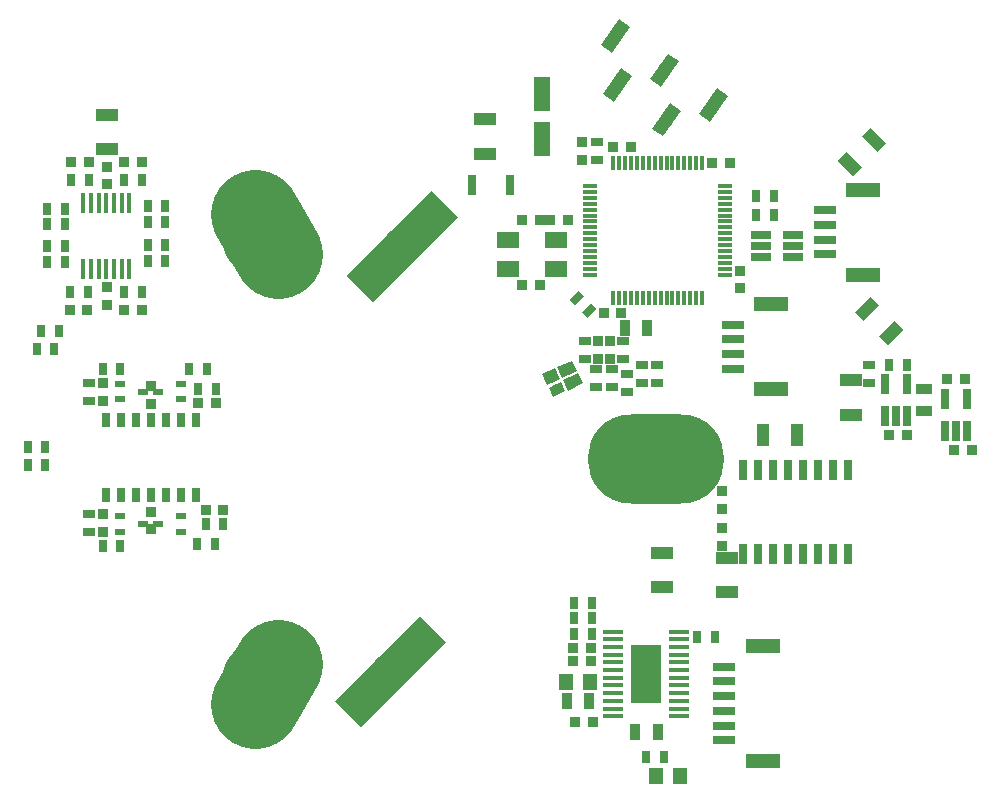
<source format=gbr>
G04 #@! TF.GenerationSoftware,KiCad,Pcbnew,(2017-12-21 revision 7586afd53)-makepkg*
G04 #@! TF.CreationDate,2018-01-22T18:21:21-08:00*
G04 #@! TF.ProjectId,fieldmill,6669656C646D696C6C2E6B696361645F,A*
G04 #@! TF.SameCoordinates,Original*
G04 #@! TF.FileFunction,Soldermask,Bot*
G04 #@! TF.FilePolarity,Negative*
%FSLAX46Y46*%
G04 Gerber Fmt 4.6, Leading zero omitted, Abs format (unit mm)*
G04 Created by KiCad (PCBNEW (2017-12-21 revision 7586afd53)-makepkg) date 01/22/18 18:21:21*
%MOMM*%
%LPD*%
G01*
G04 APERTURE LIST*
%ADD10R,1.060000X0.660000*%
%ADD11R,1.720000X0.710000*%
%ADD12R,0.660000X1.060000*%
%ADD13R,1.160000X0.410000*%
%ADD14R,0.410000X1.160000*%
%ADD15C,3.160000*%
%ADD16C,0.100000*%
%ADD17R,0.910000X0.960000*%
%ADD18R,0.960000X0.910000*%
%ADD19R,1.960000X0.760000*%
%ADD20R,2.960000X1.160000*%
%ADD21C,0.660000*%
%ADD22R,0.668000X1.303000*%
%ADD23R,0.760000X1.660000*%
%ADD24R,1.960000X1.360000*%
%ADD25R,0.460000X1.760000*%
%ADD26R,1.460000X2.960000*%
%ADD27R,1.160000X1.410000*%
%ADD28R,0.860000X1.460000*%
%ADD29R,0.710000X1.720000*%
%ADD30R,1.760000X0.460000*%
%ADD31R,2.560000X5.030000*%
%ADD32R,0.710000X1.660000*%
%ADD33R,1.860000X1.060000*%
%ADD34C,1.060000*%
%ADD35R,1.060000X1.860000*%
%ADD36R,1.460000X0.860000*%
%ADD37R,0.860000X0.610000*%
%ADD38C,1.160000*%
%ADD39C,0.960000*%
%ADD40C,0.860000*%
%ADD41O,11.560000X7.560000*%
%ADD42C,7.560000*%
%ADD43C,7.560000*%
G04 APERTURE END LIST*
D10*
X122100000Y-93550000D03*
X122100000Y-92050000D03*
X116000000Y-90000000D03*
X116000000Y-91500000D03*
D11*
X130900000Y-82900000D03*
X130900000Y-81950000D03*
X130900000Y-81000000D03*
X133600000Y-81000000D03*
X133600000Y-82900000D03*
X133600000Y-81950000D03*
D12*
X71050000Y-90700000D03*
X69550000Y-90700000D03*
D13*
X116433260Y-84391674D03*
X116433260Y-83891674D03*
X116433260Y-83391674D03*
X116433260Y-82891674D03*
X116433260Y-82391674D03*
X116433260Y-81891674D03*
X116433260Y-81391674D03*
X116433260Y-80891674D03*
X116433260Y-80391674D03*
X116433260Y-79891674D03*
X116433260Y-79391674D03*
X116433260Y-78891674D03*
X116433260Y-78391674D03*
X116433260Y-77891674D03*
X116433260Y-77391674D03*
X116433260Y-76891674D03*
D14*
X118383260Y-74941674D03*
X118883260Y-74941674D03*
X119383260Y-74941674D03*
X119883260Y-74941674D03*
X120383260Y-74941674D03*
X120883260Y-74941674D03*
X121383260Y-74941674D03*
X121883260Y-74941674D03*
X122383260Y-74941674D03*
X122883260Y-74941674D03*
X123383260Y-74941674D03*
X123883260Y-74941674D03*
X124383260Y-74941674D03*
X124883260Y-74941674D03*
X125383260Y-74941674D03*
X125883260Y-74941674D03*
D13*
X127833260Y-76891674D03*
X127833260Y-77391674D03*
X127833260Y-77891674D03*
X127833260Y-78391674D03*
X127833260Y-78891674D03*
X127833260Y-79391674D03*
X127833260Y-79891674D03*
X127833260Y-80391674D03*
X127833260Y-80891674D03*
X127833260Y-81391674D03*
X127833260Y-81891674D03*
X127833260Y-82391674D03*
X127833260Y-82891674D03*
X127833260Y-83391674D03*
X127833260Y-83891674D03*
X127833260Y-84391674D03*
D14*
X125883260Y-86341674D03*
X125383260Y-86341674D03*
X124883260Y-86341674D03*
X124383260Y-86341674D03*
X123883260Y-86341674D03*
X123383260Y-86341674D03*
X122883260Y-86341674D03*
X122383260Y-86341674D03*
X121883260Y-86341674D03*
X121383260Y-86341674D03*
X120883260Y-86341674D03*
X120383260Y-86341674D03*
X119883260Y-86341674D03*
X119383260Y-86341674D03*
X118883260Y-86341674D03*
X118383260Y-86341674D03*
D12*
X76950000Y-85850000D03*
X78450000Y-85850000D03*
D15*
X100500000Y-82000000D03*
D16*
G36*
X95790669Y-84474874D02*
X102974874Y-77290669D01*
X105209331Y-79525126D01*
X98025126Y-86709331D01*
X95790669Y-84474874D01*
X95790669Y-84474874D01*
G37*
D15*
X99500000Y-118000000D03*
D16*
G36*
X94790669Y-120474874D02*
X101974874Y-113290669D01*
X104209331Y-115525126D01*
X97025126Y-122709331D01*
X94790669Y-120474874D01*
X94790669Y-120474874D01*
G37*
D17*
X75200000Y-95050000D03*
X75200000Y-93550000D03*
X79200000Y-93850000D03*
X79200000Y-95350000D03*
X79200000Y-104450000D03*
X79200000Y-105950000D03*
D18*
X83250000Y-95300000D03*
X84750000Y-95300000D03*
X85350000Y-104300000D03*
X83850000Y-104300000D03*
D17*
X75200000Y-104650000D03*
X75200000Y-106150000D03*
X75500000Y-76750000D03*
X75500000Y-75250000D03*
X75500000Y-86950000D03*
X75500000Y-85450000D03*
D18*
X73950000Y-74850000D03*
X72450000Y-74850000D03*
X78450000Y-74850000D03*
X76950000Y-74850000D03*
X76950000Y-87350000D03*
X78450000Y-87350000D03*
X72350000Y-87350000D03*
X73850000Y-87350000D03*
D17*
X118100000Y-90000000D03*
X118100000Y-91500000D03*
X117100000Y-90000000D03*
X117100000Y-91500000D03*
D18*
X112183260Y-85300000D03*
X110683260Y-85300000D03*
X110650000Y-79800000D03*
X112150000Y-79800000D03*
X113050000Y-79800000D03*
X114550000Y-79800000D03*
X119850000Y-73600000D03*
X118350000Y-73600000D03*
D17*
X115750000Y-74700000D03*
X115750000Y-73200000D03*
D18*
X117550000Y-87675000D03*
X119050000Y-87675000D03*
X128250000Y-74900000D03*
X126750000Y-74900000D03*
D17*
X127600000Y-102750000D03*
X127600000Y-104250000D03*
X127600000Y-105850000D03*
X127600000Y-107350000D03*
D18*
X148150000Y-93200000D03*
X146650000Y-93200000D03*
X148750000Y-99200000D03*
X147250000Y-99200000D03*
D19*
X136300000Y-78925000D03*
X136300000Y-80175000D03*
X136300000Y-81425000D03*
X136300000Y-82675000D03*
D20*
X139500000Y-84400000D03*
X139500000Y-77200000D03*
D12*
X75150000Y-92400000D03*
X76650000Y-92400000D03*
X82450000Y-92400000D03*
X83950000Y-92400000D03*
X84650000Y-107200000D03*
X83150000Y-107200000D03*
X76650000Y-107400000D03*
X75150000Y-107400000D03*
D10*
X74000000Y-93550000D03*
X74000000Y-95050000D03*
D12*
X83250000Y-94100000D03*
X84750000Y-94100000D03*
X83850000Y-105500000D03*
X85350000Y-105500000D03*
D10*
X74000000Y-106150000D03*
X74000000Y-104650000D03*
D12*
X71950000Y-78800000D03*
X70450000Y-78800000D03*
X80450000Y-79900000D03*
X78950000Y-79900000D03*
X80450000Y-78600000D03*
X78950000Y-78600000D03*
X70450000Y-80100000D03*
X71950000Y-80100000D03*
X80450000Y-81900000D03*
X78950000Y-81900000D03*
X78950000Y-83200000D03*
X80450000Y-83200000D03*
X71950000Y-83300000D03*
X70450000Y-83300000D03*
X70450000Y-82000000D03*
X71950000Y-82000000D03*
X73950000Y-76350000D03*
X72450000Y-76350000D03*
X78450000Y-76350000D03*
X76950000Y-76350000D03*
X72400000Y-85850000D03*
X73900000Y-85850000D03*
X131950000Y-77700000D03*
X130450000Y-77700000D03*
X131950000Y-79300000D03*
X130450000Y-79300000D03*
D10*
X118300000Y-93900000D03*
X118300000Y-92400000D03*
X119200000Y-90000000D03*
X119200000Y-91500000D03*
X116900000Y-93900000D03*
X116900000Y-92400000D03*
D21*
X116330330Y-87430330D03*
D16*
G36*
X116938442Y-87288909D02*
X116188909Y-88038442D01*
X115722218Y-87571751D01*
X116471751Y-86822218D01*
X116938442Y-87288909D01*
X116938442Y-87288909D01*
G37*
D21*
X115269670Y-86369670D03*
D16*
G36*
X115877782Y-86228249D02*
X115128249Y-86977782D01*
X114661558Y-86511091D01*
X115411091Y-85761558D01*
X115877782Y-86228249D01*
X115877782Y-86228249D01*
G37*
D10*
X119550000Y-92800000D03*
X119550000Y-94300000D03*
X120800000Y-93550000D03*
X120800000Y-92050000D03*
D12*
X115050000Y-113500000D03*
X116550000Y-113500000D03*
X115050000Y-114800000D03*
X116550000Y-114800000D03*
D22*
X80470000Y-103048000D03*
X75390000Y-103048000D03*
X76660000Y-103048000D03*
X77930000Y-103048000D03*
X79200000Y-103048000D03*
X81740000Y-103048000D03*
X83010000Y-103048000D03*
X83010000Y-96698000D03*
X81740000Y-96698000D03*
X80470000Y-96698000D03*
X79200000Y-96698000D03*
X77930000Y-96698000D03*
X76660000Y-96698000D03*
X75390000Y-96698000D03*
D23*
X129355000Y-108050000D03*
X130625000Y-108050000D03*
X131895000Y-108050000D03*
X133165000Y-108050000D03*
X134435000Y-108050000D03*
X135705000Y-108050000D03*
X136975000Y-108050000D03*
X138245000Y-108050000D03*
X138245000Y-100950000D03*
X136975000Y-100950000D03*
X135705000Y-100950000D03*
X134435000Y-100950000D03*
X133165000Y-100950000D03*
X131895000Y-100950000D03*
X130625000Y-100950000D03*
X129355000Y-100950000D03*
D24*
X113500000Y-81500000D03*
X109500000Y-81500000D03*
X109500000Y-83900000D03*
X113500000Y-83900000D03*
D25*
X73500000Y-83900000D03*
X74150000Y-83900000D03*
X74800000Y-83900000D03*
X75450000Y-83900000D03*
X76100000Y-83900000D03*
X76750000Y-83900000D03*
X77400000Y-83900000D03*
X77400000Y-78300000D03*
X76750000Y-78300000D03*
X76100000Y-78300000D03*
X75450000Y-78300000D03*
X74800000Y-78300000D03*
X74150000Y-78300000D03*
X73500000Y-78300000D03*
D26*
X112300000Y-69100000D03*
X112300000Y-72900000D03*
D17*
X129100000Y-84050000D03*
X129100000Y-85550000D03*
D27*
X116400000Y-118900000D03*
X114400000Y-118900000D03*
D18*
X115150000Y-122300000D03*
X116650000Y-122300000D03*
X143250000Y-98000000D03*
X141750000Y-98000000D03*
D27*
X124000000Y-126800000D03*
X122000000Y-126800000D03*
D18*
X116450000Y-117100000D03*
X114950000Y-117100000D03*
X114950000Y-116000000D03*
X116450000Y-116000000D03*
D28*
X114450000Y-120500000D03*
X116350000Y-120500000D03*
D10*
X140000000Y-93550000D03*
X140000000Y-92050000D03*
D12*
X141750000Y-92000000D03*
X143250000Y-92000000D03*
D29*
X148350000Y-94950000D03*
X146450000Y-94950000D03*
X146450000Y-97650000D03*
X147400000Y-97650000D03*
X148350000Y-97650000D03*
X143250000Y-96350000D03*
X142300000Y-96350000D03*
X141350000Y-96350000D03*
X141350000Y-93650000D03*
X143250000Y-93650000D03*
D30*
X118350000Y-121775000D03*
X118350000Y-121125000D03*
X118350000Y-120475000D03*
X118350000Y-119825000D03*
X118350000Y-119175000D03*
X118350000Y-118525000D03*
X118350000Y-117875000D03*
X118350000Y-117225000D03*
X118350000Y-116575000D03*
X118350000Y-115925000D03*
X118350000Y-115275000D03*
X118350000Y-114625000D03*
X123950000Y-114625000D03*
X123950000Y-115275000D03*
X123950000Y-115925000D03*
X123950000Y-116575000D03*
X123950000Y-117225000D03*
X123950000Y-117875000D03*
X123950000Y-118525000D03*
X123950000Y-119175000D03*
X123950000Y-119825000D03*
X123950000Y-120475000D03*
X123950000Y-121125000D03*
X123950000Y-121775000D03*
D31*
X121150000Y-118200000D03*
D20*
X131075000Y-125550000D03*
X131075000Y-115850000D03*
D19*
X127725000Y-117575000D03*
X127725000Y-118825000D03*
X127725000Y-120075000D03*
X127725000Y-121325000D03*
X127725000Y-122575000D03*
X127725000Y-123825000D03*
D10*
X117000000Y-74700000D03*
X117000000Y-73200000D03*
D12*
X116550000Y-112200000D03*
X115050000Y-112200000D03*
D32*
X106375000Y-76800000D03*
X109625000Y-76800000D03*
D20*
X131700000Y-86900000D03*
X131700000Y-94100000D03*
D19*
X128500000Y-92375000D03*
X128500000Y-91125000D03*
X128500000Y-89875000D03*
X128500000Y-88625000D03*
D12*
X69950000Y-89200000D03*
X71450000Y-89200000D03*
D33*
X75500000Y-73750000D03*
X75500000Y-70850000D03*
D12*
X68800000Y-100500000D03*
X70300000Y-100500000D03*
X70300000Y-99000000D03*
X68800000Y-99000000D03*
X126950000Y-115100000D03*
X125450000Y-115100000D03*
D33*
X128000000Y-111250000D03*
X128000000Y-108350000D03*
X122500000Y-107950000D03*
X122500000Y-110850000D03*
D28*
X122150000Y-123100000D03*
X120250000Y-123100000D03*
D12*
X121150000Y-125200000D03*
X122650000Y-125200000D03*
D33*
X107500000Y-71250000D03*
X107500000Y-74150000D03*
D34*
X141925305Y-89325305D03*
D16*
G36*
X142957681Y-89042462D02*
X141642462Y-90357681D01*
X140892929Y-89608148D01*
X142208148Y-88292929D01*
X142957681Y-89042462D01*
X142957681Y-89042462D01*
G37*
D34*
X139874695Y-87274695D03*
D16*
G36*
X140907071Y-86991852D02*
X139591852Y-88307071D01*
X138842319Y-87557538D01*
X140157538Y-86242319D01*
X140907071Y-86991852D01*
X140907071Y-86991852D01*
G37*
D34*
X140425305Y-72974695D03*
D16*
G36*
X140708148Y-74007071D02*
X139392929Y-72691852D01*
X140142462Y-71942319D01*
X141457681Y-73257538D01*
X140708148Y-74007071D01*
X140708148Y-74007071D01*
G37*
D34*
X138374695Y-75025305D03*
D16*
G36*
X138657538Y-76057681D02*
X137342319Y-74742462D01*
X138091852Y-73992929D01*
X139407071Y-75308148D01*
X138657538Y-76057681D01*
X138657538Y-76057681D01*
G37*
D35*
X131050000Y-98000000D03*
X133950000Y-98000000D03*
D36*
X144700000Y-95950000D03*
X144700000Y-94050000D03*
D33*
X138500000Y-93350000D03*
X138500000Y-96250000D03*
D37*
X76600000Y-94950000D03*
X76600000Y-93650000D03*
X78600000Y-94300000D03*
X81800000Y-93650000D03*
X81800000Y-94950000D03*
X79800000Y-94300000D03*
X79800000Y-105500000D03*
X81800000Y-106150000D03*
X81800000Y-104850000D03*
X78600000Y-105500000D03*
X76600000Y-104850000D03*
X76600000Y-106150000D03*
D38*
X122882108Y-71268278D03*
D16*
G36*
X123172724Y-69842036D02*
X124122941Y-70507384D01*
X122591492Y-72694520D01*
X121641275Y-72029172D01*
X123172724Y-69842036D01*
X123172724Y-69842036D01*
G37*
D38*
X118720816Y-68354509D03*
D16*
G36*
X119011432Y-66928267D02*
X119961649Y-67593615D01*
X118430200Y-69780751D01*
X117479983Y-69115403D01*
X119011432Y-66928267D01*
X119011432Y-66928267D01*
G37*
D38*
X126861292Y-70013769D03*
D16*
G36*
X127151908Y-68587527D02*
X128102125Y-69252875D01*
X126570676Y-71440011D01*
X125620459Y-70774663D01*
X127151908Y-68587527D01*
X127151908Y-68587527D01*
G37*
D38*
X122700000Y-67100000D03*
D16*
G36*
X122990616Y-65673758D02*
X123940833Y-66339106D01*
X122409384Y-68526242D01*
X121459167Y-67860894D01*
X122990616Y-65673758D01*
X122990616Y-65673758D01*
G37*
D38*
X118538708Y-64186232D03*
D16*
G36*
X118829324Y-62759990D02*
X119779541Y-63425338D01*
X118248092Y-65612474D01*
X117297875Y-64947126D01*
X118829324Y-62759990D01*
X118829324Y-62759990D01*
G37*
D34*
X113099335Y-93024859D03*
D16*
G36*
X112304373Y-92810765D02*
X113446321Y-92278266D01*
X113894297Y-93238953D01*
X112752349Y-93771452D01*
X112304373Y-92810765D01*
X112304373Y-92810765D01*
G37*
D39*
X114458797Y-92390931D03*
D16*
G36*
X113639651Y-92243284D02*
X114872230Y-91668523D01*
X115277943Y-92538578D01*
X114045364Y-93113339D01*
X113639651Y-92243284D01*
X113639651Y-92243284D01*
G37*
D40*
X113606477Y-94112428D03*
D16*
G36*
X112899093Y-93967834D02*
X113950410Y-93477597D01*
X114313861Y-94257022D01*
X113262544Y-94747259D01*
X112899093Y-93967834D01*
X112899093Y-93967834D01*
G37*
D39*
X114965939Y-93478501D03*
D16*
G36*
X114101478Y-93351985D02*
X115424687Y-92734962D01*
X115830400Y-93605017D01*
X114507191Y-94222040D01*
X114101478Y-93351985D01*
X114101478Y-93351985D01*
G37*
D28*
X121250000Y-88900000D03*
X119350000Y-88900000D03*
D41*
X122000000Y-100000000D03*
D42*
X89000000Y-119052560D03*
D43*
X90000000Y-117320509D02*
X88000000Y-120784611D01*
D42*
X89000000Y-80947440D03*
D43*
X88000000Y-79215389D02*
X90000000Y-82679491D01*
M02*

</source>
